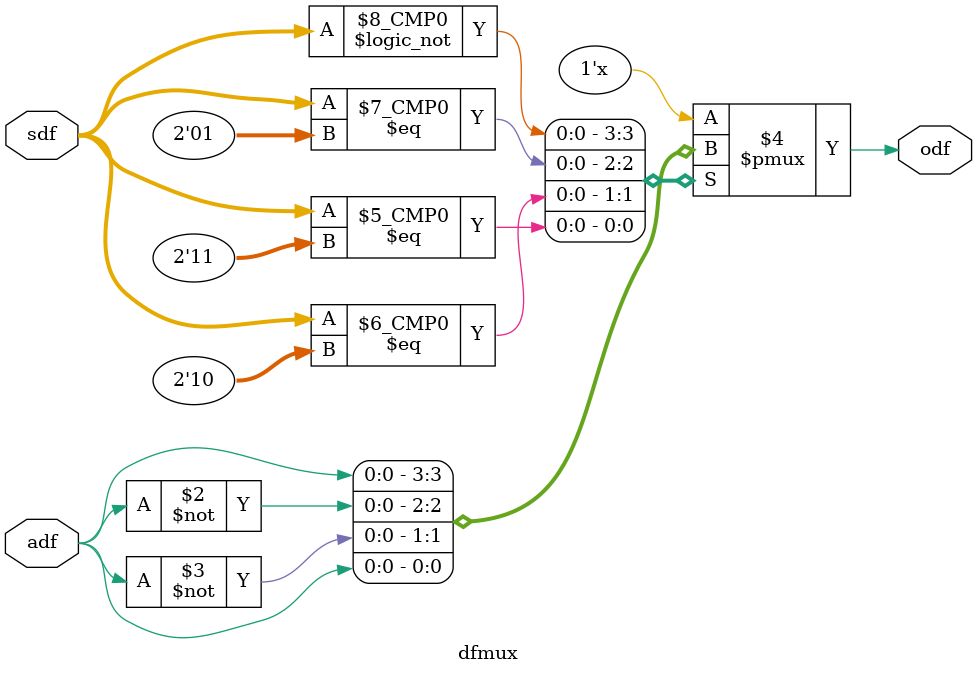
<source format=v>
module fulsubmux ( br,df,a);
  input [2:0] a;
  output br,df;
  brmux s1 (.obr(br),.abr(a[2]),.sbr(a[1:0]));
  dfmux s2 (.odf(df),.adf(a[2]),.sdf(a[1:0]));
endmodule
  module brmux (obr,abr,sbr);
    input abr;
    input [1:0] sbr;
    output reg obr;
    always @ (sbr or abr)
begin
  case (sbr)
    2'b00 : obr = 0;
    2'b01 : obr = ~abr; 
    2'b10 : obr = ~abr;
    2'b11 : obr = 1;
  endcase
end
endmodule
module dfmux (odf,adf,sdf);
    input adf;
    input [1:0] sdf;
    output  reg odf;
    always @ (sdf or adf)
begin
  case (sdf)
    2'b00 : odf = adf;
    2'b01 : odf = ~adf; 
    2'b10 : odf = ~adf;
    2'b11 : odf = adf;
  endcase
end
endmodule
</source>
